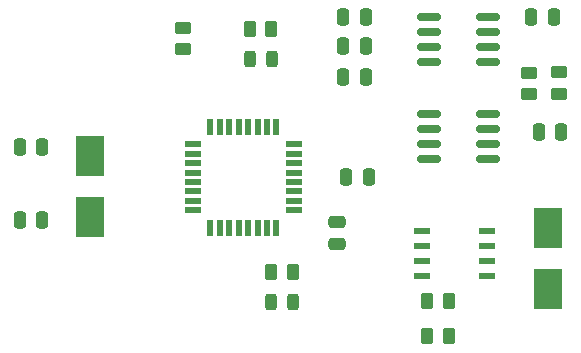
<source format=gtp>
%TF.GenerationSoftware,KiCad,Pcbnew,8.0.8*%
%TF.CreationDate,2025-09-08T13:39:14+03:00*%
%TF.ProjectId,MCU datalogger,4d435520-6461-4746-916c-6f676765722e,rev?*%
%TF.SameCoordinates,Original*%
%TF.FileFunction,Paste,Top*%
%TF.FilePolarity,Positive*%
%FSLAX46Y46*%
G04 Gerber Fmt 4.6, Leading zero omitted, Abs format (unit mm)*
G04 Created by KiCad (PCBNEW 8.0.8) date 2025-09-08 13:39:14*
%MOMM*%
%LPD*%
G01*
G04 APERTURE LIST*
G04 Aperture macros list*
%AMRoundRect*
0 Rectangle with rounded corners*
0 $1 Rounding radius*
0 $2 $3 $4 $5 $6 $7 $8 $9 X,Y pos of 4 corners*
0 Add a 4 corners polygon primitive as box body*
4,1,4,$2,$3,$4,$5,$6,$7,$8,$9,$2,$3,0*
0 Add four circle primitives for the rounded corners*
1,1,$1+$1,$2,$3*
1,1,$1+$1,$4,$5*
1,1,$1+$1,$6,$7*
1,1,$1+$1,$8,$9*
0 Add four rect primitives between the rounded corners*
20,1,$1+$1,$2,$3,$4,$5,0*
20,1,$1+$1,$4,$5,$6,$7,0*
20,1,$1+$1,$6,$7,$8,$9,0*
20,1,$1+$1,$8,$9,$2,$3,0*%
G04 Aperture macros list end*
%ADD10RoundRect,0.250000X0.475000X-0.250000X0.475000X0.250000X-0.475000X0.250000X-0.475000X-0.250000X0*%
%ADD11RoundRect,0.250000X-0.250000X-0.475000X0.250000X-0.475000X0.250000X0.475000X-0.250000X0.475000X0*%
%ADD12R,1.454899X0.532600*%
%ADD13RoundRect,0.243750X-0.243750X-0.456250X0.243750X-0.456250X0.243750X0.456250X-0.243750X0.456250X0*%
%ADD14RoundRect,0.250000X0.250000X0.475000X-0.250000X0.475000X-0.250000X-0.475000X0.250000X-0.475000X0*%
%ADD15R,2.400000X3.500000*%
%ADD16RoundRect,0.250000X-0.262500X-0.450000X0.262500X-0.450000X0.262500X0.450000X-0.262500X0.450000X0*%
%ADD17RoundRect,0.250000X0.450000X-0.262500X0.450000X0.262500X-0.450000X0.262500X-0.450000X-0.262500X0*%
%ADD18RoundRect,0.250000X0.262500X0.450000X-0.262500X0.450000X-0.262500X-0.450000X0.262500X-0.450000X0*%
%ADD19RoundRect,0.150000X-0.825000X-0.150000X0.825000X-0.150000X0.825000X0.150000X-0.825000X0.150000X0*%
%ADD20R,1.422400X0.508000*%
%ADD21R,0.508000X1.422400*%
G04 APERTURE END LIST*
D10*
%TO.C,C5*%
X121580000Y-140440000D03*
X121580000Y-138540000D03*
%TD*%
D11*
%TO.C,C2*%
X122391100Y-134720000D03*
X124291100Y-134720000D03*
%TD*%
D12*
%TO.C,U4*%
X134291348Y-143155000D03*
X134291348Y-141885000D03*
X134291348Y-140615000D03*
X134291348Y-139345000D03*
X128848652Y-139345000D03*
X128848652Y-140615000D03*
X128848652Y-141885000D03*
X128848652Y-143155000D03*
%TD*%
D13*
%TO.C,D1*%
X114252500Y-124810000D03*
X116127500Y-124810000D03*
%TD*%
D14*
%TO.C,C6*%
X124060000Y-121210000D03*
X122160000Y-121210000D03*
%TD*%
%TO.C,C3*%
X96650000Y-138410000D03*
X94750000Y-138410000D03*
%TD*%
D15*
%TO.C,Y1*%
X100730000Y-138180000D03*
X100730000Y-132980000D03*
%TD*%
D16*
%TO.C,R1*%
X129257500Y-145300000D03*
X131082500Y-145300000D03*
%TD*%
D13*
%TO.C,D2*%
X116042500Y-145340000D03*
X117917500Y-145340000D03*
%TD*%
D11*
%TO.C,C8*%
X138060000Y-121250000D03*
X139960000Y-121250000D03*
%TD*%
D16*
%TO.C,R7*%
X116027500Y-142790000D03*
X117852500Y-142790000D03*
%TD*%
D14*
%TO.C,C1*%
X124060000Y-123690000D03*
X122160000Y-123690000D03*
%TD*%
D17*
%TO.C,R6*%
X108571100Y-123952500D03*
X108571100Y-122127500D03*
%TD*%
D11*
%TO.C,C4*%
X94750000Y-132250000D03*
X96650000Y-132250000D03*
%TD*%
D14*
%TO.C,C9*%
X140590000Y-130950000D03*
X138690000Y-130950000D03*
%TD*%
D18*
%TO.C,R2*%
X131082500Y-148250000D03*
X129257500Y-148250000D03*
%TD*%
D15*
%TO.C,Y2*%
X139440000Y-139080000D03*
X139440000Y-144280000D03*
%TD*%
D17*
%TO.C,R4*%
X137830000Y-127742500D03*
X137830000Y-125917500D03*
%TD*%
D19*
%TO.C,U1*%
X129436100Y-129445000D03*
X129436100Y-130715000D03*
X129436100Y-131985000D03*
X129436100Y-133255000D03*
X134386100Y-133255000D03*
X134386100Y-131985000D03*
X134386100Y-130715000D03*
X134386100Y-129445000D03*
%TD*%
D14*
%TO.C,C7*%
X124060000Y-126270000D03*
X122160000Y-126270000D03*
%TD*%
D16*
%TO.C,R5*%
X114237500Y-122220000D03*
X116062500Y-122220000D03*
%TD*%
D20*
%TO.C,U3*%
X109413900Y-131980001D03*
X109413900Y-132779999D03*
X109413900Y-133580000D03*
X109413900Y-134380001D03*
X109413900Y-135179999D03*
X109413900Y-135980000D03*
X109413900Y-136779999D03*
X109413900Y-137579999D03*
D21*
X110881101Y-139047200D03*
X111681099Y-139047200D03*
X112481100Y-139047200D03*
X113281101Y-139047200D03*
X114081099Y-139047200D03*
X114881100Y-139047200D03*
X115681099Y-139047200D03*
X116481099Y-139047200D03*
D20*
X117948300Y-137579999D03*
X117948300Y-136780001D03*
X117948300Y-135980000D03*
X117948300Y-135179999D03*
X117948300Y-134380001D03*
X117948300Y-133580000D03*
X117948300Y-132780001D03*
X117948300Y-131980001D03*
D21*
X116481099Y-130512800D03*
X115681101Y-130512800D03*
X114881100Y-130512800D03*
X114081099Y-130512800D03*
X113281101Y-130512800D03*
X112481100Y-130512800D03*
X111681101Y-130512800D03*
X110881101Y-130512800D03*
%TD*%
D17*
%TO.C,R3*%
X140390000Y-127732500D03*
X140390000Y-125907500D03*
%TD*%
D19*
%TO.C,U2*%
X129436100Y-121175000D03*
X129436100Y-122445000D03*
X129436100Y-123715000D03*
X129436100Y-124985000D03*
X134386100Y-124985000D03*
X134386100Y-123715000D03*
X134386100Y-122445000D03*
X134386100Y-121175000D03*
%TD*%
M02*

</source>
